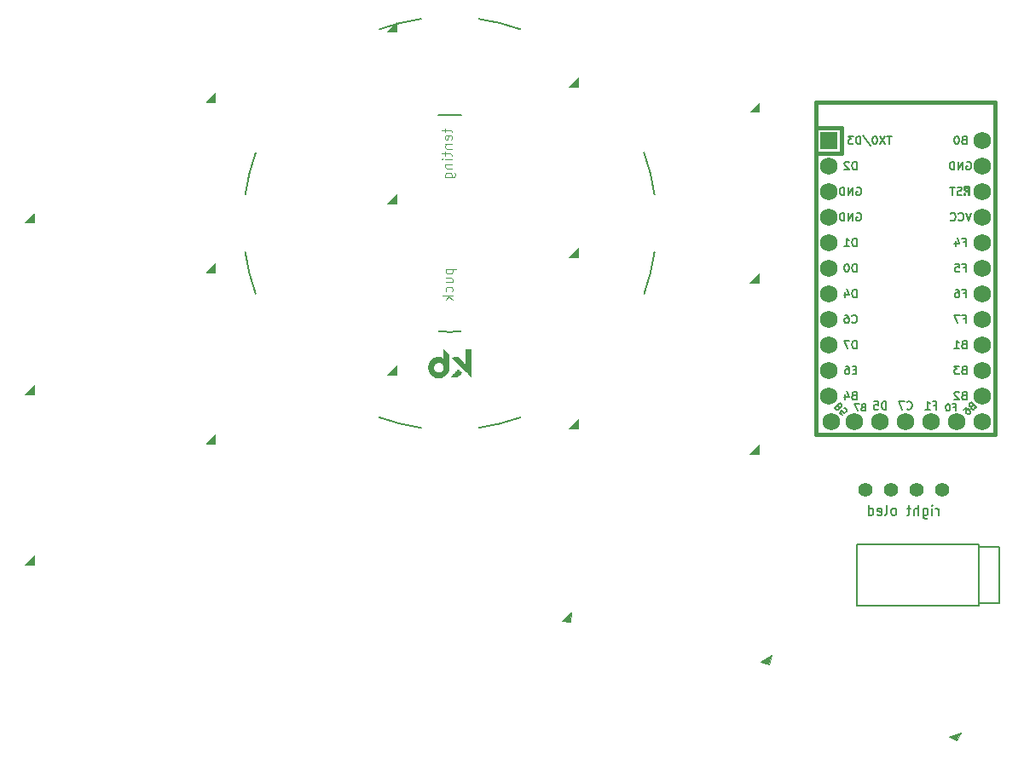
<source format=gbr>
%TF.GenerationSoftware,KiCad,Pcbnew,(6.0.0)*%
%TF.CreationDate,2022-04-19T22:23:16-07:00*%
%TF.ProjectId,half-swept,68616c66-2d73-4776-9570-742e6b696361,rev?*%
%TF.SameCoordinates,Original*%
%TF.FileFunction,Legend,Bot*%
%TF.FilePolarity,Positive*%
%FSLAX46Y46*%
G04 Gerber Fmt 4.6, Leading zero omitted, Abs format (unit mm)*
G04 Created by KiCad (PCBNEW (6.0.0)) date 2022-04-19 22:23:16*
%MOMM*%
%LPD*%
G01*
G04 APERTURE LIST*
%ADD10C,0.100000*%
%ADD11C,0.150000*%
%ADD12C,0.200000*%
%ADD13C,0.010000*%
%ADD14C,0.381000*%
%ADD15R,1.752600X1.752600*%
%ADD16C,1.752600*%
%ADD17C,1.397000*%
G04 APERTURE END LIST*
D10*
%TO.C,REF\u002A\u002A*%
X67125450Y-42274995D02*
X68125450Y-42274995D01*
X67173069Y-42274995D02*
X67125450Y-42370233D01*
X67125450Y-42560709D01*
X67173069Y-42655947D01*
X67220688Y-42703566D01*
X67315926Y-42751185D01*
X67601640Y-42751185D01*
X67696878Y-42703566D01*
X67744497Y-42655947D01*
X67792116Y-42560709D01*
X67792116Y-42370233D01*
X67744497Y-42274995D01*
X67125450Y-43608328D02*
X67792116Y-43608328D01*
X67125450Y-43179756D02*
X67649259Y-43179756D01*
X67744497Y-43227375D01*
X67792116Y-43322614D01*
X67792116Y-43465471D01*
X67744497Y-43560709D01*
X67696878Y-43608328D01*
X67744497Y-44513090D02*
X67792116Y-44417852D01*
X67792116Y-44227375D01*
X67744497Y-44132137D01*
X67696878Y-44084518D01*
X67601640Y-44036899D01*
X67315926Y-44036899D01*
X67220688Y-44084518D01*
X67173069Y-44132137D01*
X67125450Y-44227375D01*
X67125450Y-44417852D01*
X67173069Y-44513090D01*
X67792116Y-44941661D02*
X66792116Y-44941661D01*
X67411164Y-45036899D02*
X67792116Y-45322614D01*
X67125450Y-45322614D02*
X67506402Y-44941661D01*
X67061950Y-28320995D02*
X67061950Y-28701947D01*
X66728616Y-28463852D02*
X67585759Y-28463852D01*
X67680997Y-28511471D01*
X67728616Y-28606709D01*
X67728616Y-28701947D01*
X67680997Y-29416233D02*
X67728616Y-29320995D01*
X67728616Y-29130518D01*
X67680997Y-29035280D01*
X67585759Y-28987661D01*
X67204807Y-28987661D01*
X67109569Y-29035280D01*
X67061950Y-29130518D01*
X67061950Y-29320995D01*
X67109569Y-29416233D01*
X67204807Y-29463852D01*
X67300045Y-29463852D01*
X67395283Y-28987661D01*
X67061950Y-29892423D02*
X67728616Y-29892423D01*
X67157188Y-29892423D02*
X67109569Y-29940042D01*
X67061950Y-30035280D01*
X67061950Y-30178137D01*
X67109569Y-30273375D01*
X67204807Y-30320995D01*
X67728616Y-30320995D01*
X67061950Y-30654328D02*
X67061950Y-31035280D01*
X66728616Y-30797185D02*
X67585759Y-30797185D01*
X67680997Y-30844804D01*
X67728616Y-30940042D01*
X67728616Y-31035280D01*
X67728616Y-31368614D02*
X67061950Y-31368614D01*
X66728616Y-31368614D02*
X66776236Y-31320995D01*
X66823855Y-31368614D01*
X66776236Y-31416233D01*
X66728616Y-31368614D01*
X66823855Y-31368614D01*
X67061950Y-31844804D02*
X67728616Y-31844804D01*
X67157188Y-31844804D02*
X67109569Y-31892423D01*
X67061950Y-31987661D01*
X67061950Y-32130518D01*
X67109569Y-32225756D01*
X67204807Y-32273375D01*
X67728616Y-32273375D01*
X67061950Y-33178137D02*
X67871474Y-33178137D01*
X67966712Y-33130518D01*
X68014331Y-33082899D01*
X68061950Y-32987661D01*
X68061950Y-32844804D01*
X68014331Y-32749566D01*
X67680997Y-33178137D02*
X67728616Y-33082899D01*
X67728616Y-32892423D01*
X67680997Y-32797185D01*
X67633378Y-32749566D01*
X67538140Y-32701947D01*
X67252426Y-32701947D01*
X67157188Y-32749566D01*
X67109569Y-32797185D01*
X67061950Y-32892423D01*
X67061950Y-33082899D01*
X67109569Y-33178137D01*
D11*
%TO.C,U2*%
X107909711Y-45111150D02*
X107909711Y-44311150D01*
X107719235Y-44311150D01*
X107604949Y-44349246D01*
X107528758Y-44425436D01*
X107490663Y-44501626D01*
X107452568Y-44654007D01*
X107452568Y-44768293D01*
X107490663Y-44920674D01*
X107528758Y-44996865D01*
X107604949Y-45073055D01*
X107719235Y-45111150D01*
X107909711Y-45111150D01*
X106766854Y-44577817D02*
X106766854Y-45111150D01*
X106957330Y-44273055D02*
X107147806Y-44844484D01*
X106652568Y-44844484D01*
X107928758Y-36729246D02*
X108004949Y-36691150D01*
X108119235Y-36691150D01*
X108233520Y-36729246D01*
X108309711Y-36805436D01*
X108347806Y-36881626D01*
X108385901Y-37034007D01*
X108385901Y-37148293D01*
X108347806Y-37300674D01*
X108309711Y-37376865D01*
X108233520Y-37453055D01*
X108119235Y-37491150D01*
X108043044Y-37491150D01*
X107928758Y-37453055D01*
X107890663Y-37414960D01*
X107890663Y-37148293D01*
X108043044Y-37148293D01*
X107547806Y-37491150D02*
X107547806Y-36691150D01*
X107090663Y-37491150D01*
X107090663Y-36691150D01*
X106709711Y-37491150D02*
X106709711Y-36691150D01*
X106519235Y-36691150D01*
X106404949Y-36729246D01*
X106328758Y-36805436D01*
X106290663Y-36881626D01*
X106252568Y-37034007D01*
X106252568Y-37148293D01*
X106290663Y-37300674D01*
X106328758Y-37376865D01*
X106404949Y-37453055D01*
X106519235Y-37491150D01*
X106709711Y-37491150D01*
X107643044Y-54852103D02*
X107528758Y-54890198D01*
X107490663Y-54928293D01*
X107452568Y-55004484D01*
X107452568Y-55118769D01*
X107490663Y-55194960D01*
X107528758Y-55233055D01*
X107604949Y-55271150D01*
X107909711Y-55271150D01*
X107909711Y-54471150D01*
X107643044Y-54471150D01*
X107566854Y-54509246D01*
X107528758Y-54547341D01*
X107490663Y-54623531D01*
X107490663Y-54699722D01*
X107528758Y-54775912D01*
X107566854Y-54814007D01*
X107643044Y-54852103D01*
X107909711Y-54852103D01*
X106766854Y-54737817D02*
X106766854Y-55271150D01*
X106957330Y-54433055D02*
X107147806Y-55004484D01*
X106652568Y-55004484D01*
X115586901Y-55822103D02*
X115853568Y-55822103D01*
X115853568Y-56241150D02*
X115853568Y-55441150D01*
X115472615Y-55441150D01*
X114748806Y-56241150D02*
X115205949Y-56241150D01*
X114977377Y-56241150D02*
X114977377Y-55441150D01*
X115053568Y-55555436D01*
X115129758Y-55631626D01*
X115205949Y-55669722D01*
X118565044Y-49772103D02*
X118450758Y-49810198D01*
X118412663Y-49848293D01*
X118374568Y-49924484D01*
X118374568Y-50038769D01*
X118412663Y-50114960D01*
X118450758Y-50153055D01*
X118526949Y-50191150D01*
X118831711Y-50191150D01*
X118831711Y-49391150D01*
X118565044Y-49391150D01*
X118488854Y-49429246D01*
X118450758Y-49467341D01*
X118412663Y-49543531D01*
X118412663Y-49619722D01*
X118450758Y-49695912D01*
X118488854Y-49734007D01*
X118565044Y-49772103D01*
X118831711Y-49772103D01*
X117612663Y-50191150D02*
X118069806Y-50191150D01*
X117841235Y-50191150D02*
X117841235Y-49391150D01*
X117917425Y-49505436D01*
X117993615Y-49581626D01*
X118069806Y-49619722D01*
X118850758Y-31649246D02*
X118926949Y-31611150D01*
X119041235Y-31611150D01*
X119155520Y-31649246D01*
X119231711Y-31725436D01*
X119269806Y-31801626D01*
X119307901Y-31954007D01*
X119307901Y-32068293D01*
X119269806Y-32220674D01*
X119231711Y-32296865D01*
X119155520Y-32373055D01*
X119041235Y-32411150D01*
X118965044Y-32411150D01*
X118850758Y-32373055D01*
X118812663Y-32334960D01*
X118812663Y-32068293D01*
X118965044Y-32068293D01*
X118469806Y-32411150D02*
X118469806Y-31611150D01*
X118012663Y-32411150D01*
X118012663Y-31611150D01*
X117631711Y-32411150D02*
X117631711Y-31611150D01*
X117441235Y-31611150D01*
X117326949Y-31649246D01*
X117250758Y-31725436D01*
X117212663Y-31801626D01*
X117174568Y-31954007D01*
X117174568Y-32068293D01*
X117212663Y-32220674D01*
X117250758Y-32296865D01*
X117326949Y-32373055D01*
X117441235Y-32411150D01*
X117631711Y-32411150D01*
X118565044Y-29452103D02*
X118450758Y-29490198D01*
X118412663Y-29528293D01*
X118374568Y-29604484D01*
X118374568Y-29718769D01*
X118412663Y-29794960D01*
X118450758Y-29833055D01*
X118526949Y-29871150D01*
X118831711Y-29871150D01*
X118831711Y-29071150D01*
X118565044Y-29071150D01*
X118488854Y-29109246D01*
X118450758Y-29147341D01*
X118412663Y-29223531D01*
X118412663Y-29299722D01*
X118450758Y-29375912D01*
X118488854Y-29414007D01*
X118565044Y-29452103D01*
X118831711Y-29452103D01*
X117879330Y-29071150D02*
X117803139Y-29071150D01*
X117726949Y-29109246D01*
X117688854Y-29147341D01*
X117650758Y-29223531D01*
X117612663Y-29375912D01*
X117612663Y-29566388D01*
X117650758Y-29718769D01*
X117688854Y-29794960D01*
X117726949Y-29833055D01*
X117803139Y-29871150D01*
X117879330Y-29871150D01*
X117955520Y-29833055D01*
X117993615Y-29794960D01*
X118031711Y-29718769D01*
X118069806Y-29566388D01*
X118069806Y-29375912D01*
X118031711Y-29223531D01*
X117993615Y-29147341D01*
X117955520Y-29109246D01*
X117879330Y-29071150D01*
X107871615Y-52312103D02*
X107604949Y-52312103D01*
X107490663Y-52731150D02*
X107871615Y-52731150D01*
X107871615Y-51931150D01*
X107490663Y-51931150D01*
X106804949Y-51931150D02*
X106957330Y-51931150D01*
X107033520Y-51969246D01*
X107071615Y-52007341D01*
X107147806Y-52121626D01*
X107185901Y-52274007D01*
X107185901Y-52578769D01*
X107147806Y-52654960D01*
X107109711Y-52693055D01*
X107033520Y-52731150D01*
X106881139Y-52731150D01*
X106804949Y-52693055D01*
X106766854Y-52654960D01*
X106728758Y-52578769D01*
X106728758Y-52388293D01*
X106766854Y-52312103D01*
X106804949Y-52274007D01*
X106881139Y-52235912D01*
X107033520Y-52235912D01*
X107109711Y-52274007D01*
X107147806Y-52312103D01*
X107185901Y-52388293D01*
X111398839Y-29071150D02*
X110941696Y-29071150D01*
X111170267Y-29871150D02*
X111170267Y-29071150D01*
X110751220Y-29071150D02*
X110217886Y-29871150D01*
X110217886Y-29071150D02*
X110751220Y-29871150D01*
X109760743Y-29071150D02*
X109684553Y-29071150D01*
X109608363Y-29109246D01*
X109570267Y-29147341D01*
X109532172Y-29223531D01*
X109494077Y-29375912D01*
X109494077Y-29566388D01*
X109532172Y-29718769D01*
X109570267Y-29794960D01*
X109608363Y-29833055D01*
X109684553Y-29871150D01*
X109760743Y-29871150D01*
X109836934Y-29833055D01*
X109875029Y-29794960D01*
X109913124Y-29718769D01*
X109951220Y-29566388D01*
X109951220Y-29375912D01*
X109913124Y-29223531D01*
X109875029Y-29147341D01*
X109836934Y-29109246D01*
X109760743Y-29071150D01*
X108579791Y-29033055D02*
X109265505Y-30061626D01*
X108313124Y-29871150D02*
X108313124Y-29071150D01*
X108122648Y-29071150D01*
X108008363Y-29109246D01*
X107932172Y-29185436D01*
X107894077Y-29261626D01*
X107855982Y-29414007D01*
X107855982Y-29528293D01*
X107894077Y-29680674D01*
X107932172Y-29756865D01*
X108008363Y-29833055D01*
X108122648Y-29871150D01*
X108313124Y-29871150D01*
X107589315Y-29071150D02*
X107094077Y-29071150D01*
X107360743Y-29375912D01*
X107246458Y-29375912D01*
X107170267Y-29414007D01*
X107132172Y-29452103D01*
X107094077Y-29528293D01*
X107094077Y-29718769D01*
X107132172Y-29794960D01*
X107170267Y-29833055D01*
X107246458Y-29871150D01*
X107475029Y-29871150D01*
X107551220Y-29833055D01*
X107589315Y-29794960D01*
X118565044Y-52312103D02*
X118450758Y-52350198D01*
X118412663Y-52388293D01*
X118374568Y-52464484D01*
X118374568Y-52578769D01*
X118412663Y-52654960D01*
X118450758Y-52693055D01*
X118526949Y-52731150D01*
X118831711Y-52731150D01*
X118831711Y-51931150D01*
X118565044Y-51931150D01*
X118488854Y-51969246D01*
X118450758Y-52007341D01*
X118412663Y-52083531D01*
X118412663Y-52159722D01*
X118450758Y-52235912D01*
X118488854Y-52274007D01*
X118565044Y-52312103D01*
X118831711Y-52312103D01*
X118107901Y-51931150D02*
X117612663Y-51931150D01*
X117879330Y-52235912D01*
X117765044Y-52235912D01*
X117688854Y-52274007D01*
X117650758Y-52312103D01*
X117612663Y-52388293D01*
X117612663Y-52578769D01*
X117650758Y-52654960D01*
X117688854Y-52693055D01*
X117765044Y-52731150D01*
X117993615Y-52731150D01*
X118069806Y-52693055D01*
X118107901Y-52654960D01*
X107452568Y-47574960D02*
X107490663Y-47613055D01*
X107604949Y-47651150D01*
X107681139Y-47651150D01*
X107795425Y-47613055D01*
X107871615Y-47536865D01*
X107909711Y-47460674D01*
X107947806Y-47308293D01*
X107947806Y-47194007D01*
X107909711Y-47041626D01*
X107871615Y-46965436D01*
X107795425Y-46889246D01*
X107681139Y-46851150D01*
X107604949Y-46851150D01*
X107490663Y-46889246D01*
X107452568Y-46927341D01*
X106766854Y-46851150D02*
X106919235Y-46851150D01*
X106995425Y-46889246D01*
X107033520Y-46927341D01*
X107109711Y-47041626D01*
X107147806Y-47194007D01*
X107147806Y-47498769D01*
X107109711Y-47574960D01*
X107071615Y-47613055D01*
X106995425Y-47651150D01*
X106843044Y-47651150D01*
X106766854Y-47613055D01*
X106728758Y-47574960D01*
X106690663Y-47498769D01*
X106690663Y-47308293D01*
X106728758Y-47232103D01*
X106766854Y-47194007D01*
X106843044Y-47155912D01*
X106995425Y-47155912D01*
X107071615Y-47194007D01*
X107109711Y-47232103D01*
X107147806Y-47308293D01*
X107909711Y-32411150D02*
X107909711Y-31611150D01*
X107719235Y-31611150D01*
X107604949Y-31649246D01*
X107528758Y-31725436D01*
X107490663Y-31801626D01*
X107452568Y-31954007D01*
X107452568Y-32068293D01*
X107490663Y-32220674D01*
X107528758Y-32296865D01*
X107604949Y-32373055D01*
X107719235Y-32411150D01*
X107909711Y-32411150D01*
X107147806Y-31687341D02*
X107109711Y-31649246D01*
X107033520Y-31611150D01*
X106843044Y-31611150D01*
X106766854Y-31649246D01*
X106728758Y-31687341D01*
X106690663Y-31763531D01*
X106690663Y-31839722D01*
X106728758Y-31954007D01*
X107185901Y-32411150D01*
X106690663Y-32411150D01*
X107909711Y-42571150D02*
X107909711Y-41771150D01*
X107719235Y-41771150D01*
X107604949Y-41809246D01*
X107528758Y-41885436D01*
X107490663Y-41961626D01*
X107452568Y-42114007D01*
X107452568Y-42228293D01*
X107490663Y-42380674D01*
X107528758Y-42456865D01*
X107604949Y-42533055D01*
X107719235Y-42571150D01*
X107909711Y-42571150D01*
X106957330Y-41771150D02*
X106881139Y-41771150D01*
X106804949Y-41809246D01*
X106766854Y-41847341D01*
X106728758Y-41923531D01*
X106690663Y-42075912D01*
X106690663Y-42266388D01*
X106728758Y-42418769D01*
X106766854Y-42494960D01*
X106804949Y-42533055D01*
X106881139Y-42571150D01*
X106957330Y-42571150D01*
X107033520Y-42533055D01*
X107071615Y-42494960D01*
X107109711Y-42418769D01*
X107147806Y-42266388D01*
X107147806Y-42075912D01*
X107109711Y-41923531D01*
X107071615Y-41847341D01*
X107033520Y-41809246D01*
X106957330Y-41771150D01*
X118565044Y-54852103D02*
X118450758Y-54890198D01*
X118412663Y-54928293D01*
X118374568Y-55004484D01*
X118374568Y-55118769D01*
X118412663Y-55194960D01*
X118450758Y-55233055D01*
X118526949Y-55271150D01*
X118831711Y-55271150D01*
X118831711Y-54471150D01*
X118565044Y-54471150D01*
X118488854Y-54509246D01*
X118450758Y-54547341D01*
X118412663Y-54623531D01*
X118412663Y-54699722D01*
X118450758Y-54775912D01*
X118488854Y-54814007D01*
X118565044Y-54852103D01*
X118831711Y-54852103D01*
X118069806Y-54547341D02*
X118031711Y-54509246D01*
X117955520Y-54471150D01*
X117765044Y-54471150D01*
X117688854Y-54509246D01*
X117650758Y-54547341D01*
X117612663Y-54623531D01*
X117612663Y-54699722D01*
X117650758Y-54814007D01*
X118107901Y-55271150D01*
X117612663Y-55271150D01*
X106144532Y-56014254D02*
X106238813Y-56061394D01*
X106285954Y-56061394D01*
X106356664Y-56037824D01*
X106427375Y-55967113D01*
X106450945Y-55896403D01*
X106450945Y-55849262D01*
X106427375Y-55778552D01*
X106238813Y-55589990D01*
X105743838Y-56084965D01*
X105908830Y-56249956D01*
X105979541Y-56273526D01*
X106026681Y-56273526D01*
X106097392Y-56249956D01*
X106144532Y-56202816D01*
X106168102Y-56132105D01*
X106168102Y-56084965D01*
X106144532Y-56014254D01*
X105979541Y-55849262D01*
X106474515Y-56815642D02*
X106238813Y-56579939D01*
X106450945Y-56320667D01*
X106450945Y-56367807D01*
X106474515Y-56438518D01*
X106592367Y-56556369D01*
X106663077Y-56579939D01*
X106710218Y-56579939D01*
X106780928Y-56556369D01*
X106898779Y-56438518D01*
X106922350Y-56367807D01*
X106922350Y-56320667D01*
X106898779Y-56249956D01*
X106780928Y-56132105D01*
X106710218Y-56108535D01*
X106663077Y-56108535D01*
X119345226Y-55943543D02*
X119298086Y-56037824D01*
X119298086Y-56084965D01*
X119321656Y-56155675D01*
X119392367Y-56226386D01*
X119463077Y-56249956D01*
X119510218Y-56249956D01*
X119580928Y-56226386D01*
X119769490Y-56037824D01*
X119274515Y-55542849D01*
X119109524Y-55707841D01*
X119085954Y-55778552D01*
X119085954Y-55825692D01*
X119109524Y-55896403D01*
X119156664Y-55943543D01*
X119227375Y-55967113D01*
X119274515Y-55967113D01*
X119345226Y-55943543D01*
X119510218Y-55778552D01*
X118567409Y-56249956D02*
X118661690Y-56155675D01*
X118732400Y-56132105D01*
X118779541Y-56132105D01*
X118897392Y-56155675D01*
X119015243Y-56226386D01*
X119203805Y-56414948D01*
X119227375Y-56485658D01*
X119227375Y-56532799D01*
X119203805Y-56603510D01*
X119109524Y-56697790D01*
X119038813Y-56721361D01*
X118991673Y-56721361D01*
X118920962Y-56697790D01*
X118803111Y-56579939D01*
X118779541Y-56509229D01*
X118779541Y-56462088D01*
X118803111Y-56391378D01*
X118897392Y-56297097D01*
X118968102Y-56273526D01*
X119015243Y-56273526D01*
X119085954Y-56297097D01*
X112913568Y-56164960D02*
X112951663Y-56203055D01*
X113065949Y-56241150D01*
X113142139Y-56241150D01*
X113256425Y-56203055D01*
X113332615Y-56126865D01*
X113370711Y-56050674D01*
X113408806Y-55898293D01*
X113408806Y-55784007D01*
X113370711Y-55631626D01*
X113332615Y-55555436D01*
X113256425Y-55479246D01*
X113142139Y-55441150D01*
X113065949Y-55441150D01*
X112951663Y-55479246D01*
X112913568Y-55517341D01*
X112646901Y-55441150D02*
X112113568Y-55441150D01*
X112456425Y-56241150D01*
X107909711Y-50191150D02*
X107909711Y-49391150D01*
X107719235Y-49391150D01*
X107604949Y-49429246D01*
X107528758Y-49505436D01*
X107490663Y-49581626D01*
X107452568Y-49734007D01*
X107452568Y-49848293D01*
X107490663Y-50000674D01*
X107528758Y-50076865D01*
X107604949Y-50153055D01*
X107719235Y-50191150D01*
X107909711Y-50191150D01*
X107185901Y-49391150D02*
X106652568Y-49391150D01*
X106995425Y-50191150D01*
X118507901Y-39612103D02*
X118774568Y-39612103D01*
X118774568Y-40031150D02*
X118774568Y-39231150D01*
X118393615Y-39231150D01*
X117745996Y-39497817D02*
X117745996Y-40031150D01*
X117936473Y-39193055D02*
X118126949Y-39764484D01*
X117631711Y-39764484D01*
X107909711Y-40031150D02*
X107909711Y-39231150D01*
X107719235Y-39231150D01*
X107604949Y-39269246D01*
X107528758Y-39345436D01*
X107490663Y-39421626D01*
X107452568Y-39574007D01*
X107452568Y-39688293D01*
X107490663Y-39840674D01*
X107528758Y-39916865D01*
X107604949Y-39993055D01*
X107719235Y-40031150D01*
X107909711Y-40031150D01*
X106690663Y-40031150D02*
X107147806Y-40031150D01*
X106919235Y-40031150D02*
X106919235Y-39231150D01*
X106995425Y-39345436D01*
X107071615Y-39421626D01*
X107147806Y-39459722D01*
X107928758Y-34189246D02*
X108004949Y-34151150D01*
X108119235Y-34151150D01*
X108233520Y-34189246D01*
X108309711Y-34265436D01*
X108347806Y-34341626D01*
X108385901Y-34494007D01*
X108385901Y-34608293D01*
X108347806Y-34760674D01*
X108309711Y-34836865D01*
X108233520Y-34913055D01*
X108119235Y-34951150D01*
X108043044Y-34951150D01*
X107928758Y-34913055D01*
X107890663Y-34874960D01*
X107890663Y-34608293D01*
X108043044Y-34608293D01*
X107547806Y-34951150D02*
X107547806Y-34151150D01*
X107090663Y-34951150D01*
X107090663Y-34151150D01*
X106709711Y-34951150D02*
X106709711Y-34151150D01*
X106519235Y-34151150D01*
X106404949Y-34189246D01*
X106328758Y-34265436D01*
X106290663Y-34341626D01*
X106252568Y-34494007D01*
X106252568Y-34608293D01*
X106290663Y-34760674D01*
X106328758Y-34836865D01*
X106404949Y-34913055D01*
X106519235Y-34951150D01*
X106709711Y-34951150D01*
X110830711Y-56241150D02*
X110830711Y-55441150D01*
X110640235Y-55441150D01*
X110525949Y-55479246D01*
X110449758Y-55555436D01*
X110411663Y-55631626D01*
X110373568Y-55784007D01*
X110373568Y-55898293D01*
X110411663Y-56050674D01*
X110449758Y-56126865D01*
X110525949Y-56203055D01*
X110640235Y-56241150D01*
X110830711Y-56241150D01*
X109649758Y-55441150D02*
X110030711Y-55441150D01*
X110068806Y-55822103D01*
X110030711Y-55784007D01*
X109954520Y-55745912D01*
X109764044Y-55745912D01*
X109687854Y-55784007D01*
X109649758Y-55822103D01*
X109611663Y-55898293D01*
X109611663Y-56088769D01*
X109649758Y-56164960D01*
X109687854Y-56203055D01*
X109764044Y-56241150D01*
X109954520Y-56241150D01*
X110030711Y-56203055D01*
X110068806Y-56164960D01*
X118507901Y-44692103D02*
X118774568Y-44692103D01*
X118774568Y-45111150D02*
X118774568Y-44311150D01*
X118393615Y-44311150D01*
X117745996Y-44311150D02*
X117898377Y-44311150D01*
X117974568Y-44349246D01*
X118012663Y-44387341D01*
X118088854Y-44501626D01*
X118126949Y-44654007D01*
X118126949Y-44958769D01*
X118088854Y-45034960D01*
X118050758Y-45073055D01*
X117974568Y-45111150D01*
X117822187Y-45111150D01*
X117745996Y-45073055D01*
X117707901Y-45034960D01*
X117669806Y-44958769D01*
X117669806Y-44768293D01*
X117707901Y-44692103D01*
X117745996Y-44654007D01*
X117822187Y-44615912D01*
X117974568Y-44615912D01*
X118050758Y-44654007D01*
X118088854Y-44692103D01*
X118126949Y-44768293D01*
X119307901Y-36691150D02*
X119041235Y-37491150D01*
X118774568Y-36691150D01*
X118050758Y-37414960D02*
X118088854Y-37453055D01*
X118203139Y-37491150D01*
X118279330Y-37491150D01*
X118393615Y-37453055D01*
X118469806Y-37376865D01*
X118507901Y-37300674D01*
X118545996Y-37148293D01*
X118545996Y-37034007D01*
X118507901Y-36881626D01*
X118469806Y-36805436D01*
X118393615Y-36729246D01*
X118279330Y-36691150D01*
X118203139Y-36691150D01*
X118088854Y-36729246D01*
X118050758Y-36767341D01*
X117250758Y-37414960D02*
X117288854Y-37453055D01*
X117403139Y-37491150D01*
X117479330Y-37491150D01*
X117593615Y-37453055D01*
X117669806Y-37376865D01*
X117707901Y-37300674D01*
X117745996Y-37148293D01*
X117745996Y-37034007D01*
X117707901Y-36881626D01*
X117669806Y-36805436D01*
X117593615Y-36729246D01*
X117479330Y-36691150D01*
X117403139Y-36691150D01*
X117288854Y-36729246D01*
X117250758Y-36767341D01*
X108563568Y-56029246D02*
X108463568Y-56062579D01*
X108430235Y-56095912D01*
X108396901Y-56162579D01*
X108396901Y-56262579D01*
X108430235Y-56329246D01*
X108463568Y-56362579D01*
X108530235Y-56395912D01*
X108796901Y-56395912D01*
X108796901Y-55695912D01*
X108563568Y-55695912D01*
X108496901Y-55729246D01*
X108463568Y-55762579D01*
X108430235Y-55829246D01*
X108430235Y-55895912D01*
X108463568Y-55962579D01*
X108496901Y-55995912D01*
X108563568Y-56029246D01*
X108796901Y-56029246D01*
X108163568Y-55695912D02*
X107696901Y-55695912D01*
X107996901Y-56395912D01*
X118507901Y-47232103D02*
X118774568Y-47232103D01*
X118774568Y-47651150D02*
X118774568Y-46851150D01*
X118393615Y-46851150D01*
X118165044Y-46851150D02*
X117631711Y-46851150D01*
X117974568Y-47651150D01*
X117513568Y-56029246D02*
X117746901Y-56029246D01*
X117746901Y-56395912D02*
X117746901Y-55695912D01*
X117413568Y-55695912D01*
X117013568Y-55695912D02*
X116946901Y-55695912D01*
X116880235Y-55729246D01*
X116846901Y-55762579D01*
X116813568Y-55829246D01*
X116780235Y-55962579D01*
X116780235Y-56129246D01*
X116813568Y-56262579D01*
X116846901Y-56329246D01*
X116880235Y-56362579D01*
X116946901Y-56395912D01*
X117013568Y-56395912D01*
X117080235Y-56362579D01*
X117113568Y-56329246D01*
X117146901Y-56262579D01*
X117180235Y-56129246D01*
X117180235Y-55962579D01*
X117146901Y-55829246D01*
X117113568Y-55762579D01*
X117080235Y-55729246D01*
X117013568Y-55695912D01*
X118353568Y-34893055D02*
X118239282Y-34931150D01*
X118048806Y-34931150D01*
X117972615Y-34893055D01*
X117934520Y-34854960D01*
X117896425Y-34778769D01*
X117896425Y-34702579D01*
X117934520Y-34626388D01*
X117972615Y-34588293D01*
X118048806Y-34550198D01*
X118201187Y-34512103D01*
X118277377Y-34474007D01*
X118315473Y-34435912D01*
X118353568Y-34359722D01*
X118353568Y-34283531D01*
X118315473Y-34207341D01*
X118277377Y-34169246D01*
X118201187Y-34131150D01*
X118010711Y-34131150D01*
X117896425Y-34169246D01*
X117667854Y-34131150D02*
X117210711Y-34131150D01*
X117439282Y-34931150D02*
X117439282Y-34131150D01*
X118507901Y-42152103D02*
X118774568Y-42152103D01*
X118774568Y-42571150D02*
X118774568Y-41771150D01*
X118393615Y-41771150D01*
X117707901Y-41771150D02*
X118088854Y-41771150D01*
X118126949Y-42152103D01*
X118088854Y-42114007D01*
X118012663Y-42075912D01*
X117822187Y-42075912D01*
X117745996Y-42114007D01*
X117707901Y-42152103D01*
X117669806Y-42228293D01*
X117669806Y-42418769D01*
X117707901Y-42494960D01*
X117745996Y-42533055D01*
X117822187Y-42571150D01*
X118012663Y-42571150D01*
X118088854Y-42533055D01*
X118126949Y-42494960D01*
%TO.C,OL2*%
X116056427Y-66744875D02*
X116056427Y-66078209D01*
X116056427Y-66268685D02*
X116008808Y-66173447D01*
X115961189Y-66125828D01*
X115865951Y-66078209D01*
X115770713Y-66078209D01*
X115437379Y-66744875D02*
X115437379Y-66078209D01*
X115437379Y-65744875D02*
X115484998Y-65792495D01*
X115437379Y-65840114D01*
X115389760Y-65792495D01*
X115437379Y-65744875D01*
X115437379Y-65840114D01*
X114532617Y-66078209D02*
X114532617Y-66887733D01*
X114580237Y-66982971D01*
X114627856Y-67030590D01*
X114723094Y-67078209D01*
X114865951Y-67078209D01*
X114961189Y-67030590D01*
X114532617Y-66697256D02*
X114627856Y-66744875D01*
X114818332Y-66744875D01*
X114913570Y-66697256D01*
X114961189Y-66649637D01*
X115008808Y-66554399D01*
X115008808Y-66268685D01*
X114961189Y-66173447D01*
X114913570Y-66125828D01*
X114818332Y-66078209D01*
X114627856Y-66078209D01*
X114532617Y-66125828D01*
X114056427Y-66744875D02*
X114056427Y-65744875D01*
X113627856Y-66744875D02*
X113627856Y-66221066D01*
X113675475Y-66125828D01*
X113770713Y-66078209D01*
X113913570Y-66078209D01*
X114008808Y-66125828D01*
X114056427Y-66173447D01*
X113294522Y-66078209D02*
X112913570Y-66078209D01*
X113151665Y-65744875D02*
X113151665Y-66602018D01*
X113104046Y-66697256D01*
X113008808Y-66744875D01*
X112913570Y-66744875D01*
X111675475Y-66744875D02*
X111770713Y-66697256D01*
X111818332Y-66649637D01*
X111865951Y-66554399D01*
X111865951Y-66268685D01*
X111818332Y-66173447D01*
X111770713Y-66125828D01*
X111675475Y-66078209D01*
X111532617Y-66078209D01*
X111437379Y-66125828D01*
X111389760Y-66173447D01*
X111342141Y-66268685D01*
X111342141Y-66554399D01*
X111389760Y-66649637D01*
X111437379Y-66697256D01*
X111532617Y-66744875D01*
X111675475Y-66744875D01*
X110770713Y-66744875D02*
X110865951Y-66697256D01*
X110913570Y-66602018D01*
X110913570Y-65744875D01*
X110008808Y-66697256D02*
X110104046Y-66744875D01*
X110294522Y-66744875D01*
X110389760Y-66697256D01*
X110437379Y-66602018D01*
X110437379Y-66221066D01*
X110389760Y-66125828D01*
X110294522Y-66078209D01*
X110104046Y-66078209D01*
X110008808Y-66125828D01*
X109961189Y-66221066D01*
X109961189Y-66316304D01*
X110437379Y-66411542D01*
X109104046Y-66744875D02*
X109104046Y-65744875D01*
X109104046Y-66697256D02*
X109199284Y-66744875D01*
X109389760Y-66744875D01*
X109484998Y-66697256D01*
X109532617Y-66649637D01*
X109580237Y-66554399D01*
X109580237Y-66268685D01*
X109532617Y-66173447D01*
X109484998Y-66125828D01*
X109389760Y-66078209D01*
X109199284Y-66078209D01*
X109104046Y-66125828D01*
D12*
%TO.C,REF\u002A\u002A*%
X67530236Y-26947495D02*
G75*
G03*
X66401851Y-27006631I-6J-10794921D01*
G01*
X86816370Y-44750543D02*
G75*
G03*
X87850236Y-40599995I-19286117J7008044D01*
G01*
X47210236Y-40599995D02*
G75*
G03*
X48244101Y-44750541I20320050J2857512D01*
G01*
X48244100Y-30734451D02*
G75*
G03*
X47210236Y-34884995I19286252J-7008071D01*
G01*
X60522191Y-57028630D02*
G75*
G03*
X64672736Y-58062495I7008051J19286154D01*
G01*
X70387736Y-58062495D02*
G75*
G03*
X74538281Y-57028630I-2857506J20320019D01*
G01*
X68658621Y-27006631D02*
G75*
G03*
X67530236Y-26947495I-1128379J-10735785D01*
G01*
X87850236Y-34884995D02*
G75*
G03*
X86816370Y-30734447I-20319983J-2857496D01*
G01*
X67530236Y-48537495D02*
G75*
G03*
X68658621Y-48478359I6J10794921D01*
G01*
X74538285Y-18456361D02*
G75*
G03*
X70387736Y-17422495I-7008041J-19286105D01*
G01*
X66401851Y-48478359D02*
G75*
G03*
X67530236Y-48537495I1128379J10735785D01*
G01*
X64672736Y-17422495D02*
G75*
G03*
X60522190Y-18456360I2857512J-20320050D01*
G01*
D13*
X68307954Y-52267070D02*
X68285251Y-52289933D01*
X68285251Y-52289933D02*
X68250772Y-52325464D01*
X68250772Y-52325464D02*
X68206503Y-52371556D01*
X68206503Y-52371556D02*
X68154436Y-52426102D01*
X68154436Y-52426102D02*
X68096557Y-52486996D01*
X68096557Y-52486996D02*
X68034858Y-52552131D01*
X68034858Y-52552131D02*
X67971325Y-52619401D01*
X67971325Y-52619401D02*
X67907950Y-52686699D01*
X67907950Y-52686699D02*
X67846720Y-52751918D01*
X67846720Y-52751918D02*
X67789624Y-52812953D01*
X67789624Y-52812953D02*
X67738652Y-52867696D01*
X67738652Y-52867696D02*
X67695792Y-52914041D01*
X67695792Y-52914041D02*
X67663034Y-52949881D01*
X67663034Y-52949881D02*
X67642366Y-52973110D01*
X67642366Y-52973110D02*
X67640073Y-52975801D01*
X67640073Y-52975801D02*
X67611772Y-53009436D01*
X67611772Y-53009436D02*
X68231786Y-53009436D01*
X68231786Y-53009436D02*
X68405136Y-52833367D01*
X68405136Y-52833367D02*
X68458878Y-52778624D01*
X68458878Y-52778624D02*
X68509161Y-52727111D01*
X68509161Y-52727111D02*
X68552977Y-52681931D01*
X68552977Y-52681931D02*
X68587323Y-52646185D01*
X68587323Y-52646185D02*
X68609191Y-52622976D01*
X68609191Y-52622976D02*
X68612368Y-52619484D01*
X68612368Y-52619484D02*
X68646250Y-52581669D01*
X68646250Y-52581669D02*
X68485215Y-52420325D01*
X68485215Y-52420325D02*
X68435502Y-52370870D01*
X68435502Y-52370870D02*
X68391278Y-52327545D01*
X68391278Y-52327545D02*
X68355131Y-52292832D01*
X68355131Y-52292832D02*
X68329649Y-52269212D01*
X68329649Y-52269212D02*
X68317420Y-52259164D01*
X68317420Y-52259164D02*
X68316889Y-52258981D01*
X68316889Y-52258981D02*
X68307954Y-52267070D01*
X68307954Y-52267070D02*
X68307954Y-52267070D01*
G36*
X68317420Y-52259164D02*
G01*
X68329649Y-52269212D01*
X68355131Y-52292832D01*
X68391278Y-52327545D01*
X68435502Y-52370870D01*
X68485215Y-52420325D01*
X68646250Y-52581669D01*
X68612368Y-52619484D01*
X68609191Y-52622976D01*
X68587323Y-52646185D01*
X68552977Y-52681931D01*
X68509161Y-52727111D01*
X68458878Y-52778624D01*
X68405136Y-52833367D01*
X68231786Y-53009436D01*
X67611772Y-53009436D01*
X67640073Y-52975801D01*
X67642366Y-52973110D01*
X67663034Y-52949881D01*
X67695792Y-52914041D01*
X67738652Y-52867696D01*
X67789624Y-52812953D01*
X67846720Y-52751918D01*
X67907950Y-52686699D01*
X67971325Y-52619401D01*
X68034858Y-52552131D01*
X68096557Y-52486996D01*
X68154436Y-52426102D01*
X68206503Y-52371556D01*
X68250772Y-52325464D01*
X68285251Y-52289933D01*
X68307954Y-52267070D01*
X68316889Y-52258981D01*
X68317420Y-52259164D01*
G37*
X68317420Y-52259164D02*
X68329649Y-52269212D01*
X68355131Y-52292832D01*
X68391278Y-52327545D01*
X68435502Y-52370870D01*
X68485215Y-52420325D01*
X68646250Y-52581669D01*
X68612368Y-52619484D01*
X68609191Y-52622976D01*
X68587323Y-52646185D01*
X68552977Y-52681931D01*
X68509161Y-52727111D01*
X68458878Y-52778624D01*
X68405136Y-52833367D01*
X68231786Y-53009436D01*
X67611772Y-53009436D01*
X67640073Y-52975801D01*
X67642366Y-52973110D01*
X67663034Y-52949881D01*
X67695792Y-52914041D01*
X67738652Y-52867696D01*
X67789624Y-52812953D01*
X67846720Y-52751918D01*
X67907950Y-52686699D01*
X67971325Y-52619401D01*
X68034858Y-52552131D01*
X68096557Y-52486996D01*
X68154436Y-52426102D01*
X68206503Y-52371556D01*
X68250772Y-52325464D01*
X68285251Y-52289933D01*
X68307954Y-52267070D01*
X68316889Y-52258981D01*
X68317420Y-52259164D01*
X66909700Y-50726322D02*
X66909508Y-50830562D01*
X66909508Y-50830562D02*
X66909019Y-50927307D01*
X66909019Y-50927307D02*
X66908269Y-51014193D01*
X66908269Y-51014193D02*
X66907293Y-51088855D01*
X66907293Y-51088855D02*
X66906124Y-51148930D01*
X66906124Y-51148930D02*
X66904797Y-51192053D01*
X66904797Y-51192053D02*
X66903348Y-51215860D01*
X66903348Y-51215860D02*
X66902440Y-51219890D01*
X66902440Y-51219890D02*
X66890009Y-51213576D01*
X66890009Y-51213576D02*
X66865163Y-51197233D01*
X66865163Y-51197233D02*
X66841029Y-51180031D01*
X66841029Y-51180031D02*
X66726332Y-51109309D01*
X66726332Y-51109309D02*
X66604116Y-51060205D01*
X66604116Y-51060205D02*
X66473733Y-51032529D01*
X66473733Y-51032529D02*
X66334532Y-51026091D01*
X66334532Y-51026091D02*
X66316720Y-51026759D01*
X66316720Y-51026759D02*
X66227085Y-51033311D01*
X66227085Y-51033311D02*
X66150602Y-51045248D01*
X66150602Y-51045248D02*
X66078950Y-51064740D01*
X66078950Y-51064740D02*
X66003812Y-51093957D01*
X66003812Y-51093957D02*
X65933961Y-51126596D01*
X65933961Y-51126596D02*
X65806028Y-51201889D01*
X65806028Y-51201889D02*
X65693108Y-51293869D01*
X65693108Y-51293869D02*
X65596214Y-51400858D01*
X65596214Y-51400858D02*
X65516356Y-51521183D01*
X65516356Y-51521183D02*
X65454546Y-51653168D01*
X65454546Y-51653168D02*
X65411794Y-51795137D01*
X65411794Y-51795137D02*
X65389113Y-51945416D01*
X65389113Y-51945416D02*
X65385552Y-52035086D01*
X65385552Y-52035086D02*
X65395843Y-52187564D01*
X65395843Y-52187564D02*
X65427199Y-52332128D01*
X65427199Y-52332128D02*
X65480344Y-52471364D01*
X65480344Y-52471364D02*
X65537599Y-52578283D01*
X65537599Y-52578283D02*
X65623311Y-52698576D01*
X65623311Y-52698576D02*
X65724924Y-52803425D01*
X65724924Y-52803425D02*
X65840257Y-52891747D01*
X65840257Y-52891747D02*
X65967132Y-52962461D01*
X65967132Y-52962461D02*
X66103368Y-53014484D01*
X66103368Y-53014484D02*
X66246787Y-53046737D01*
X66246787Y-53046737D02*
X66395208Y-53058136D01*
X66395208Y-53058136D02*
X66495454Y-53053653D01*
X66495454Y-53053653D02*
X66640062Y-53028772D01*
X66640062Y-53028772D02*
X66780630Y-52982497D01*
X66780630Y-52982497D02*
X66913803Y-52916518D01*
X66913803Y-52916518D02*
X67036223Y-52832521D01*
X67036223Y-52832521D02*
X67144535Y-52732195D01*
X67144535Y-52732195D02*
X67152929Y-52723029D01*
X67152929Y-52723029D02*
X67234060Y-52618909D01*
X67234060Y-52618909D02*
X67303752Y-52500727D01*
X67303752Y-52500727D02*
X67358918Y-52374864D01*
X67358918Y-52374864D02*
X67396471Y-52247704D01*
X67396471Y-52247704D02*
X67405340Y-52201254D01*
X67405340Y-52201254D02*
X67407953Y-52172859D01*
X67407953Y-52172859D02*
X67410298Y-52122787D01*
X67410298Y-52122787D02*
X67411767Y-52072453D01*
X67411767Y-52072453D02*
X66915429Y-52072453D01*
X66915429Y-52072453D02*
X66904857Y-52170002D01*
X66904857Y-52170002D02*
X66874425Y-52264021D01*
X66874425Y-52264021D02*
X66845771Y-52318166D01*
X66845771Y-52318166D02*
X66778837Y-52406449D01*
X66778837Y-52406449D02*
X66699356Y-52477326D01*
X66699356Y-52477326D02*
X66609924Y-52529819D01*
X66609924Y-52529819D02*
X66513138Y-52562951D01*
X66513138Y-52562951D02*
X66411597Y-52575745D01*
X66411597Y-52575745D02*
X66307896Y-52567224D01*
X66307896Y-52567224D02*
X66235069Y-52547936D01*
X66235069Y-52547936D02*
X66192072Y-52531850D01*
X66192072Y-52531850D02*
X66151167Y-52514490D01*
X66151167Y-52514490D02*
X66135000Y-52506714D01*
X66135000Y-52506714D02*
X66089714Y-52475710D01*
X66089714Y-52475710D02*
X66040391Y-52429516D01*
X66040391Y-52429516D02*
X65992334Y-52374060D01*
X65992334Y-52374060D02*
X65950849Y-52315266D01*
X65950849Y-52315266D02*
X65929361Y-52276939D01*
X65929361Y-52276939D02*
X65909180Y-52232693D01*
X65909180Y-52232693D02*
X65896535Y-52194085D01*
X65896535Y-52194085D02*
X65889178Y-52151793D01*
X65889178Y-52151793D02*
X65884860Y-52096490D01*
X65884860Y-52096490D02*
X65884578Y-52091200D01*
X65884578Y-52091200D02*
X65887946Y-51983955D01*
X65887946Y-51983955D02*
X65910802Y-51886063D01*
X65910802Y-51886063D02*
X65954454Y-51792640D01*
X65954454Y-51792640D02*
X65972224Y-51764111D01*
X65972224Y-51764111D02*
X66036766Y-51686207D01*
X66036766Y-51686207D02*
X66115583Y-51624037D01*
X66115583Y-51624037D02*
X66205219Y-51578541D01*
X66205219Y-51578541D02*
X66302218Y-51550663D01*
X66302218Y-51550663D02*
X66403122Y-51541343D01*
X66403122Y-51541343D02*
X66504474Y-51551525D01*
X66504474Y-51551525D02*
X66602820Y-51582150D01*
X66602820Y-51582150D02*
X66616823Y-51588436D01*
X66616823Y-51588436D02*
X66704775Y-51641385D01*
X66704775Y-51641385D02*
X66778765Y-51709599D01*
X66778765Y-51709599D02*
X66837808Y-51789945D01*
X66837808Y-51789945D02*
X66880921Y-51879292D01*
X66880921Y-51879292D02*
X66907123Y-51974505D01*
X66907123Y-51974505D02*
X66915429Y-52072453D01*
X66915429Y-52072453D02*
X67411767Y-52072453D01*
X67411767Y-52072453D02*
X67412351Y-52052450D01*
X67412351Y-52052450D02*
X67414090Y-51963261D01*
X67414090Y-51963261D02*
X67415493Y-51856632D01*
X67415493Y-51856632D02*
X67416537Y-51733976D01*
X67416537Y-51733976D02*
X67417201Y-51596704D01*
X67417201Y-51596704D02*
X67417462Y-51446230D01*
X67417462Y-51446230D02*
X67417465Y-51434494D01*
X67417465Y-51434494D02*
X67417552Y-50742780D01*
X67417552Y-50742780D02*
X66909848Y-50232754D01*
X66909848Y-50232754D02*
X66909700Y-50726322D01*
X66909700Y-50726322D02*
X66909700Y-50726322D01*
G36*
X67407953Y-52172859D02*
G01*
X67405340Y-52201254D01*
X67396471Y-52247704D01*
X67358918Y-52374864D01*
X67303752Y-52500727D01*
X67234060Y-52618909D01*
X67152929Y-52723029D01*
X67144535Y-52732195D01*
X67036223Y-52832521D01*
X66913803Y-52916518D01*
X66780630Y-52982497D01*
X66640062Y-53028772D01*
X66495454Y-53053653D01*
X66395208Y-53058136D01*
X66246787Y-53046737D01*
X66103368Y-53014484D01*
X65967132Y-52962461D01*
X65840257Y-52891747D01*
X65724924Y-52803425D01*
X65623311Y-52698576D01*
X65537599Y-52578283D01*
X65480344Y-52471364D01*
X65427199Y-52332128D01*
X65395843Y-52187564D01*
X65389339Y-52091200D01*
X65884578Y-52091200D01*
X65884860Y-52096490D01*
X65889178Y-52151793D01*
X65896535Y-52194085D01*
X65909180Y-52232693D01*
X65929361Y-52276939D01*
X65950849Y-52315266D01*
X65992334Y-52374060D01*
X66040391Y-52429516D01*
X66089714Y-52475710D01*
X66135000Y-52506714D01*
X66151167Y-52514490D01*
X66192072Y-52531850D01*
X66235069Y-52547936D01*
X66307896Y-52567224D01*
X66411597Y-52575745D01*
X66513138Y-52562951D01*
X66609924Y-52529819D01*
X66699356Y-52477326D01*
X66778837Y-52406449D01*
X66845771Y-52318166D01*
X66874425Y-52264021D01*
X66904857Y-52170002D01*
X66915429Y-52072453D01*
X66907123Y-51974505D01*
X66880921Y-51879292D01*
X66837808Y-51789945D01*
X66778765Y-51709599D01*
X66704775Y-51641385D01*
X66616823Y-51588436D01*
X66602820Y-51582150D01*
X66504474Y-51551525D01*
X66403122Y-51541343D01*
X66302218Y-51550663D01*
X66205219Y-51578541D01*
X66115583Y-51624037D01*
X66036766Y-51686207D01*
X65972224Y-51764111D01*
X65954454Y-51792640D01*
X65910802Y-51886063D01*
X65887946Y-51983955D01*
X65884578Y-52091200D01*
X65389339Y-52091200D01*
X65385552Y-52035086D01*
X65389113Y-51945416D01*
X65411794Y-51795137D01*
X65454546Y-51653168D01*
X65516356Y-51521183D01*
X65596214Y-51400858D01*
X65693108Y-51293869D01*
X65806028Y-51201889D01*
X65933961Y-51126596D01*
X66003812Y-51093957D01*
X66078950Y-51064740D01*
X66150602Y-51045248D01*
X66227085Y-51033311D01*
X66316720Y-51026759D01*
X66334532Y-51026091D01*
X66473733Y-51032529D01*
X66604116Y-51060205D01*
X66726332Y-51109309D01*
X66841029Y-51180031D01*
X66865163Y-51197233D01*
X66890009Y-51213576D01*
X66902440Y-51219890D01*
X66903348Y-51215860D01*
X66904797Y-51192053D01*
X66906124Y-51148930D01*
X66907293Y-51088855D01*
X66908269Y-51014193D01*
X66909019Y-50927307D01*
X66909508Y-50830562D01*
X66909700Y-50726322D01*
X66909848Y-50232754D01*
X67417552Y-50742780D01*
X67417465Y-51434494D01*
X67417462Y-51446230D01*
X67417201Y-51596704D01*
X67416537Y-51733976D01*
X67415493Y-51856632D01*
X67414090Y-51963261D01*
X67412351Y-52052450D01*
X67411767Y-52072453D01*
X67410298Y-52122787D01*
X67407953Y-52172859D01*
G37*
X67407953Y-52172859D02*
X67405340Y-52201254D01*
X67396471Y-52247704D01*
X67358918Y-52374864D01*
X67303752Y-52500727D01*
X67234060Y-52618909D01*
X67152929Y-52723029D01*
X67144535Y-52732195D01*
X67036223Y-52832521D01*
X66913803Y-52916518D01*
X66780630Y-52982497D01*
X66640062Y-53028772D01*
X66495454Y-53053653D01*
X66395208Y-53058136D01*
X66246787Y-53046737D01*
X66103368Y-53014484D01*
X65967132Y-52962461D01*
X65840257Y-52891747D01*
X65724924Y-52803425D01*
X65623311Y-52698576D01*
X65537599Y-52578283D01*
X65480344Y-52471364D01*
X65427199Y-52332128D01*
X65395843Y-52187564D01*
X65389339Y-52091200D01*
X65884578Y-52091200D01*
X65884860Y-52096490D01*
X65889178Y-52151793D01*
X65896535Y-52194085D01*
X65909180Y-52232693D01*
X65929361Y-52276939D01*
X65950849Y-52315266D01*
X65992334Y-52374060D01*
X66040391Y-52429516D01*
X66089714Y-52475710D01*
X66135000Y-52506714D01*
X66151167Y-52514490D01*
X66192072Y-52531850D01*
X66235069Y-52547936D01*
X66307896Y-52567224D01*
X66411597Y-52575745D01*
X66513138Y-52562951D01*
X66609924Y-52529819D01*
X66699356Y-52477326D01*
X66778837Y-52406449D01*
X66845771Y-52318166D01*
X66874425Y-52264021D01*
X66904857Y-52170002D01*
X66915429Y-52072453D01*
X66907123Y-51974505D01*
X66880921Y-51879292D01*
X66837808Y-51789945D01*
X66778765Y-51709599D01*
X66704775Y-51641385D01*
X66616823Y-51588436D01*
X66602820Y-51582150D01*
X66504474Y-51551525D01*
X66403122Y-51541343D01*
X66302218Y-51550663D01*
X66205219Y-51578541D01*
X66115583Y-51624037D01*
X66036766Y-51686207D01*
X65972224Y-51764111D01*
X65954454Y-51792640D01*
X65910802Y-51886063D01*
X65887946Y-51983955D01*
X65884578Y-52091200D01*
X65389339Y-52091200D01*
X65385552Y-52035086D01*
X65389113Y-51945416D01*
X65411794Y-51795137D01*
X65454546Y-51653168D01*
X65516356Y-51521183D01*
X65596214Y-51400858D01*
X65693108Y-51293869D01*
X65806028Y-51201889D01*
X65933961Y-51126596D01*
X66003812Y-51093957D01*
X66078950Y-51064740D01*
X66150602Y-51045248D01*
X66227085Y-51033311D01*
X66316720Y-51026759D01*
X66334532Y-51026091D01*
X66473733Y-51032529D01*
X66604116Y-51060205D01*
X66726332Y-51109309D01*
X66841029Y-51180031D01*
X66865163Y-51197233D01*
X66890009Y-51213576D01*
X66902440Y-51219890D01*
X66903348Y-51215860D01*
X66904797Y-51192053D01*
X66906124Y-51148930D01*
X66907293Y-51088855D01*
X66908269Y-51014193D01*
X66909019Y-50927307D01*
X66909508Y-50830562D01*
X66909700Y-50726322D01*
X66909848Y-50232754D01*
X67417552Y-50742780D01*
X67417465Y-51434494D01*
X67417462Y-51446230D01*
X67417201Y-51596704D01*
X67416537Y-51733976D01*
X67415493Y-51856632D01*
X67414090Y-51963261D01*
X67412351Y-52052450D01*
X67411767Y-52072453D01*
X67410298Y-52122787D01*
X67407953Y-52172859D01*
X69114734Y-51860539D02*
X68311788Y-51057839D01*
X68311788Y-51057839D02*
X68023420Y-51060933D01*
X68023420Y-51060933D02*
X67735052Y-51064026D01*
X67735052Y-51064026D02*
X68582276Y-51924163D01*
X68582276Y-51924163D02*
X68700201Y-52043886D01*
X68700201Y-52043886D02*
X68815000Y-52160435D01*
X68815000Y-52160435D02*
X68925454Y-52272575D01*
X68925454Y-52272575D02*
X69030346Y-52379068D01*
X69030346Y-52379068D02*
X69128458Y-52478679D01*
X69128458Y-52478679D02*
X69218573Y-52570172D01*
X69218573Y-52570172D02*
X69299472Y-52652309D01*
X69299472Y-52652309D02*
X69369939Y-52723854D01*
X69369939Y-52723854D02*
X69428755Y-52783572D01*
X69428755Y-52783572D02*
X69474702Y-52830226D01*
X69474702Y-52830226D02*
X69506563Y-52862579D01*
X69506563Y-52862579D02*
X69520344Y-52876575D01*
X69520344Y-52876575D02*
X69611188Y-52968851D01*
X69611188Y-52968851D02*
X69611188Y-50226981D01*
X69611188Y-50226981D02*
X69114734Y-50226981D01*
X69114734Y-50226981D02*
X69114734Y-51860539D01*
X69114734Y-51860539D02*
X69114734Y-51860539D01*
G36*
X69611188Y-52968851D02*
G01*
X69520344Y-52876575D01*
X69506563Y-52862579D01*
X69474702Y-52830226D01*
X69428755Y-52783572D01*
X69369939Y-52723854D01*
X69299472Y-52652309D01*
X69218573Y-52570172D01*
X69128458Y-52478679D01*
X69030346Y-52379068D01*
X68925454Y-52272575D01*
X68815000Y-52160435D01*
X68700201Y-52043886D01*
X68582276Y-51924163D01*
X67735052Y-51064026D01*
X68023420Y-51060933D01*
X68311788Y-51057839D01*
X69114734Y-51860539D01*
X69114734Y-50226981D01*
X69611188Y-50226981D01*
X69611188Y-52968851D01*
G37*
X69611188Y-52968851D02*
X69520344Y-52876575D01*
X69506563Y-52862579D01*
X69474702Y-52830226D01*
X69428755Y-52783572D01*
X69369939Y-52723854D01*
X69299472Y-52652309D01*
X69218573Y-52570172D01*
X69128458Y-52478679D01*
X69030346Y-52379068D01*
X68925454Y-52272575D01*
X68815000Y-52160435D01*
X68700201Y-52043886D01*
X68582276Y-51924163D01*
X67735052Y-51064026D01*
X68023420Y-51060933D01*
X68311788Y-51057839D01*
X69114734Y-51860539D01*
X69114734Y-50226981D01*
X69611188Y-50226981D01*
X69611188Y-52968851D01*
D10*
%TO.C,D12*%
X79619850Y-76444074D02*
X78644835Y-77262209D01*
X78644835Y-77262209D02*
X79541410Y-77340649D01*
X79541410Y-77340649D02*
X79619850Y-76444074D01*
G36*
X79541410Y-77340649D02*
G01*
X78644835Y-77262209D01*
X79619850Y-76444074D01*
X79541410Y-77340649D01*
G37*
X79541410Y-77340649D02*
X78644835Y-77262209D01*
X79619850Y-76444074D01*
X79541410Y-77340649D01*
%TO.C,D16*%
X44230236Y-24762495D02*
X43330236Y-25662495D01*
X43330236Y-25662495D02*
X44230236Y-25662495D01*
X44230236Y-25662495D02*
X44230236Y-24762495D01*
G36*
X44230236Y-25662495D02*
G01*
X43330236Y-25662495D01*
X44230236Y-24762495D01*
X44230236Y-25662495D01*
G37*
X44230236Y-25662495D02*
X43330236Y-25662495D01*
X44230236Y-24762495D01*
X44230236Y-25662495D01*
%TO.C,D8*%
X62230235Y-51896495D02*
X61330235Y-52796495D01*
X61330235Y-52796495D02*
X62230235Y-52796495D01*
X62230235Y-52796495D02*
X62230235Y-51896495D01*
G36*
X62230235Y-52796495D02*
G01*
X61330235Y-52796495D01*
X62230235Y-51896495D01*
X62230235Y-52796495D01*
G37*
X62230235Y-52796495D02*
X61330235Y-52796495D01*
X62230235Y-51896495D01*
X62230235Y-52796495D01*
%TO.C,D2*%
X62230236Y-17762495D02*
X61330236Y-18662495D01*
X61330236Y-18662495D02*
X62230236Y-18662495D01*
X62230236Y-18662495D02*
X62230236Y-17762495D01*
G36*
X62230236Y-18662495D02*
G01*
X61330236Y-18662495D01*
X62230236Y-17762495D01*
X62230236Y-18662495D01*
G37*
X62230236Y-18662495D02*
X61330236Y-18662495D01*
X62230236Y-17762495D01*
X62230236Y-18662495D01*
%TO.C,D15*%
X99443106Y-80688557D02*
X98340836Y-81324953D01*
X98340836Y-81324953D02*
X99210169Y-81557890D01*
X99210169Y-81557890D02*
X99443106Y-80688557D01*
G36*
X99210169Y-81557890D02*
G01*
X98340836Y-81324953D01*
X99443106Y-80688557D01*
X99210169Y-81557890D01*
G37*
X99210169Y-81557890D02*
X98340836Y-81324953D01*
X99443106Y-80688557D01*
X99210169Y-81557890D01*
%TO.C,D11*%
X80230236Y-57230496D02*
X79330236Y-58130496D01*
X79330236Y-58130496D02*
X80230236Y-58130496D01*
X80230236Y-58130496D02*
X80230236Y-57230496D01*
G36*
X80230236Y-58130496D02*
G01*
X79330236Y-58130496D01*
X80230236Y-57230496D01*
X80230236Y-58130496D01*
G37*
X80230236Y-58130496D02*
X79330236Y-58130496D01*
X80230236Y-57230496D01*
X80230236Y-58130496D01*
D14*
%TO.C,U2*%
X103890235Y-25699246D02*
X103890235Y-58719246D01*
X103890235Y-58719246D02*
X121670235Y-58719246D01*
X106430235Y-30779246D02*
X103890235Y-30779246D01*
X106430235Y-28239246D02*
X103890235Y-28239246D01*
X121670235Y-25699246D02*
X103890235Y-25699246D01*
X121670235Y-58719246D02*
X121670235Y-25699246D01*
X106430235Y-28239246D02*
X106430235Y-30779246D01*
D11*
X118624870Y-34128276D02*
X118624870Y-34228276D01*
X118624870Y-34228276D02*
X119124870Y-34228276D01*
X119124870Y-34228276D02*
X119124870Y-34128276D01*
X119124870Y-34128276D02*
X118624870Y-34128276D01*
G36*
X119124870Y-34228276D02*
G01*
X118624870Y-34228276D01*
X118624870Y-34128276D01*
X119124870Y-34128276D01*
X119124870Y-34228276D01*
G37*
X119124870Y-34228276D02*
X118624870Y-34228276D01*
X118624870Y-34128276D01*
X119124870Y-34128276D01*
X119124870Y-34228276D01*
X118624870Y-34128276D02*
X118624870Y-34428276D01*
X118624870Y-34428276D02*
X118724870Y-34428276D01*
X118724870Y-34428276D02*
X118724870Y-34128276D01*
X118724870Y-34128276D02*
X118624870Y-34128276D01*
G36*
X118724870Y-34428276D02*
G01*
X118624870Y-34428276D01*
X118624870Y-34128276D01*
X118724870Y-34128276D01*
X118724870Y-34428276D01*
G37*
X118724870Y-34428276D02*
X118624870Y-34428276D01*
X118624870Y-34128276D01*
X118724870Y-34128276D01*
X118724870Y-34428276D01*
X118824870Y-34528276D02*
X118824870Y-34628276D01*
X118824870Y-34628276D02*
X118924870Y-34628276D01*
X118924870Y-34628276D02*
X118924870Y-34528276D01*
X118924870Y-34528276D02*
X118824870Y-34528276D01*
G36*
X118924870Y-34628276D02*
G01*
X118824870Y-34628276D01*
X118824870Y-34528276D01*
X118924870Y-34528276D01*
X118924870Y-34628276D01*
G37*
X118924870Y-34628276D02*
X118824870Y-34628276D01*
X118824870Y-34528276D01*
X118924870Y-34528276D01*
X118924870Y-34628276D01*
X118624870Y-34728276D02*
X118624870Y-34928276D01*
X118624870Y-34928276D02*
X118724870Y-34928276D01*
X118724870Y-34928276D02*
X118724870Y-34728276D01*
X118724870Y-34728276D02*
X118624870Y-34728276D01*
G36*
X118724870Y-34928276D02*
G01*
X118624870Y-34928276D01*
X118624870Y-34728276D01*
X118724870Y-34728276D01*
X118724870Y-34928276D01*
G37*
X118724870Y-34928276D02*
X118624870Y-34928276D01*
X118624870Y-34728276D01*
X118724870Y-34728276D01*
X118724870Y-34928276D01*
X119024870Y-34128276D02*
X119024870Y-34928276D01*
X119024870Y-34928276D02*
X119124870Y-34928276D01*
X119124870Y-34928276D02*
X119124870Y-34128276D01*
X119124870Y-34128276D02*
X119024870Y-34128276D01*
G36*
X119124870Y-34928276D02*
G01*
X119024870Y-34928276D01*
X119024870Y-34128276D01*
X119124870Y-34128276D01*
X119124870Y-34928276D01*
G37*
X119124870Y-34928276D02*
X119024870Y-34928276D01*
X119024870Y-34128276D01*
X119124870Y-34128276D01*
X119124870Y-34928276D01*
D10*
%TO.C,D14*%
X80230236Y-40212496D02*
X79330236Y-41112496D01*
X79330236Y-41112496D02*
X80230236Y-41112496D01*
X80230236Y-41112496D02*
X80230236Y-40212496D01*
G36*
X80230236Y-41112496D02*
G01*
X79330236Y-41112496D01*
X80230236Y-40212496D01*
X80230236Y-41112496D01*
G37*
X80230236Y-41112496D02*
X79330236Y-41112496D01*
X80230236Y-40212496D01*
X80230236Y-41112496D01*
%TO.C,D10*%
X44230236Y-58754495D02*
X43330236Y-59654495D01*
X43330236Y-59654495D02*
X44230236Y-59654495D01*
X44230236Y-59654495D02*
X44230236Y-58754495D01*
G36*
X44230236Y-59654495D02*
G01*
X43330236Y-59654495D01*
X44230236Y-58754495D01*
X44230236Y-59654495D01*
G37*
X44230236Y-59654495D02*
X43330236Y-59654495D01*
X44230236Y-58754495D01*
X44230236Y-59654495D01*
%TO.C,D1*%
X26230236Y-36762495D02*
X25330236Y-37662495D01*
X25330236Y-37662495D02*
X26230236Y-37662495D01*
X26230236Y-37662495D02*
X26230236Y-36762495D01*
G36*
X26230236Y-37662495D02*
G01*
X25330236Y-37662495D01*
X26230236Y-36762495D01*
X26230236Y-37662495D01*
G37*
X26230236Y-37662495D02*
X25330236Y-37662495D01*
X26230236Y-36762495D01*
X26230236Y-37662495D01*
%TO.C,D9*%
X98210236Y-59770495D02*
X97310236Y-60670495D01*
X97310236Y-60670495D02*
X98210236Y-60670495D01*
X98210236Y-60670495D02*
X98210236Y-59770495D01*
G36*
X98210236Y-60670495D02*
G01*
X97310236Y-60670495D01*
X98210236Y-59770495D01*
X98210236Y-60670495D01*
G37*
X98210236Y-60670495D02*
X97310236Y-60670495D01*
X98210236Y-59770495D01*
X98210236Y-60670495D01*
%TO.C,D17*%
X80230237Y-23262495D02*
X79330237Y-24162495D01*
X79330237Y-24162495D02*
X80230237Y-24162495D01*
X80230237Y-24162495D02*
X80230237Y-23262495D01*
G36*
X80230237Y-24162495D02*
G01*
X79330237Y-24162495D01*
X80230237Y-23262495D01*
X80230237Y-24162495D01*
G37*
X80230237Y-24162495D02*
X79330237Y-24162495D01*
X80230237Y-23262495D01*
X80230237Y-24162495D01*
%TO.C,D18*%
X118261012Y-88319755D02*
X117064979Y-88755076D01*
X117064979Y-88755076D02*
X117880656Y-89135432D01*
X117880656Y-89135432D02*
X118261012Y-88319755D01*
G36*
X117880656Y-89135432D02*
G01*
X117064979Y-88755076D01*
X118261012Y-88319755D01*
X117880656Y-89135432D01*
G37*
X117880656Y-89135432D02*
X117064979Y-88755076D01*
X118261012Y-88319755D01*
X117880656Y-89135432D01*
%TO.C,D4*%
X26230236Y-53812495D02*
X25330236Y-54712495D01*
X25330236Y-54712495D02*
X26230236Y-54712495D01*
X26230236Y-54712495D02*
X26230236Y-53812495D01*
G36*
X26230236Y-54712495D02*
G01*
X25330236Y-54712495D01*
X26230236Y-53812495D01*
X26230236Y-54712495D01*
G37*
X26230236Y-54712495D02*
X25330236Y-54712495D01*
X26230236Y-53812495D01*
X26230236Y-54712495D01*
%TO.C,D3*%
X98230235Y-25762495D02*
X97330235Y-26662495D01*
X97330235Y-26662495D02*
X98230235Y-26662495D01*
X98230235Y-26662495D02*
X98230235Y-25762495D01*
G36*
X98230235Y-26662495D02*
G01*
X97330235Y-26662495D01*
X98230235Y-25762495D01*
X98230235Y-26662495D01*
G37*
X98230235Y-26662495D02*
X97330235Y-26662495D01*
X98230235Y-25762495D01*
X98230235Y-26662495D01*
%TO.C,D7*%
X26230237Y-70762495D02*
X25330237Y-71662495D01*
X25330237Y-71662495D02*
X26230237Y-71662495D01*
X26230237Y-71662495D02*
X26230237Y-70762495D01*
G36*
X26230237Y-71662495D02*
G01*
X25330237Y-71662495D01*
X26230237Y-70762495D01*
X26230237Y-71662495D01*
G37*
X26230237Y-71662495D02*
X25330237Y-71662495D01*
X26230237Y-70762495D01*
X26230237Y-71662495D01*
%TO.C,D5*%
X62230236Y-34878495D02*
X61330236Y-35778495D01*
X61330236Y-35778495D02*
X62230236Y-35778495D01*
X62230236Y-35778495D02*
X62230236Y-34878495D01*
G36*
X62230236Y-35778495D02*
G01*
X61330236Y-35778495D01*
X62230236Y-34878495D01*
X62230236Y-35778495D01*
G37*
X62230236Y-35778495D02*
X61330236Y-35778495D01*
X62230236Y-34878495D01*
X62230236Y-35778495D01*
%TO.C,D6*%
X98210236Y-42752496D02*
X97310236Y-43652496D01*
X97310236Y-43652496D02*
X98210236Y-43652496D01*
X98210236Y-43652496D02*
X98210236Y-42752496D01*
G36*
X98210236Y-43652496D02*
G01*
X97310236Y-43652496D01*
X98210236Y-42752496D01*
X98210236Y-43652496D01*
G37*
X98210236Y-43652496D02*
X97310236Y-43652496D01*
X98210236Y-42752496D01*
X98210236Y-43652496D01*
%TO.C,D13*%
X44230237Y-41736495D02*
X43330237Y-42636495D01*
X43330237Y-42636495D02*
X44230237Y-42636495D01*
X44230237Y-42636495D02*
X44230237Y-41736495D01*
G36*
X44230237Y-42636495D02*
G01*
X43330237Y-42636495D01*
X44230237Y-41736495D01*
X44230237Y-42636495D01*
G37*
X44230237Y-42636495D02*
X43330237Y-42636495D01*
X44230237Y-41736495D01*
X44230237Y-42636495D01*
D11*
%TO.C,J1*%
X107980236Y-69642496D02*
X107980236Y-75742496D01*
X120080236Y-69892496D02*
X122080236Y-69892496D01*
X120080236Y-69642496D02*
X107980236Y-69642496D01*
X120080236Y-69642496D02*
X120080236Y-75742496D01*
X122080236Y-69892496D02*
X122080236Y-75492496D01*
X120080236Y-75492496D02*
X122080236Y-75492496D01*
X120080236Y-75742496D02*
X107980236Y-75742496D01*
%TD*%
D15*
%TO.C,U2*%
X105160235Y-29509246D03*
D16*
X105160235Y-32049246D03*
X105160235Y-34589246D03*
X105160235Y-37129246D03*
X105160235Y-39669246D03*
X105160235Y-42209246D03*
X105160235Y-44749246D03*
X105160235Y-47289246D03*
X105160235Y-49829246D03*
X105160235Y-52369246D03*
X105160235Y-54909246D03*
X105388835Y-57449246D03*
X120400235Y-57449246D03*
X120400235Y-54909246D03*
X120400235Y-52369246D03*
X120400235Y-49829246D03*
X120400235Y-47289246D03*
X120400235Y-44749246D03*
X120400235Y-42209246D03*
X120400235Y-39669246D03*
X120400235Y-37129246D03*
X120400235Y-34589246D03*
X120400235Y-32049246D03*
X120400235Y-29509246D03*
X107700235Y-57449246D03*
X110240235Y-57449246D03*
X112780235Y-57449246D03*
X115320235Y-57449246D03*
X117860235Y-57449246D03*
%TD*%
D17*
%TO.C,OL2*%
X116390237Y-64242495D03*
X113850237Y-64242495D03*
X111310237Y-64242495D03*
X108770237Y-64242495D03*
%TD*%
M02*

</source>
